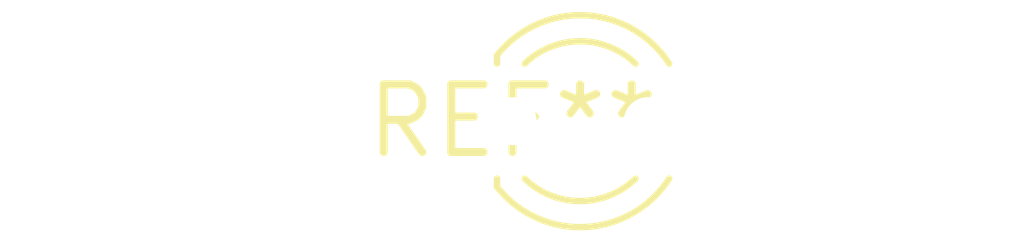
<source format=kicad_pcb>
(kicad_pcb (version 20240108) (generator pcbnew)
  (layers (0 "F.Cu" signal) (31 "B.Cu" signal) (34 "B.Paste" user) (35 "F.Paste" user) (36 "B.SilkS" user "B.Silkscreen") (37 "F.SilkS" user "F.Silkscreen") (38 "B.Mask" user) (39 "F.Mask" user) (44 "Edge.Cuts" user))
  (net 0 "")
  (footprint "LED_D3.0mm_IRGrey" (layer "F.Cu") (at 0 0)
    (property "Reference" "REF**")
    (property "Value" "LED_D3.0mm_IRGrey")
    (fp_line (start -0.29 -1.236) (end -0.29 -1.08) (layer "F.SilkS") (stroke (width 0.12)))
    (fp_line (start -0.29 1.08) (end -0.29 1.236) (layer "F.SilkS") (stroke (width 0.12)))
    (fp_arc (start -0.29 -1.235516) (mid 1.366487 -1.987659) (end 2.942335 -1.078608) (layer "F.SilkS") (stroke (width 0.12)))
    (fp_arc (start 0.229039 -1.08) (mid 1.270117 -1.5) (end 2.31113 -1.079837) (layer "F.SilkS") (stroke (width 0.12)))
    (fp_arc (start 2.31113 1.079837) (mid 1.270117 1.5) (end 0.229039 1.08) (layer "F.SilkS") (stroke (width 0.12)))
    (fp_arc (start 2.942335 1.078608) (mid 1.366487 1.987659) (end -0.29 1.235516) (layer "F.SilkS") (stroke (width 0.12)))
    (pad "1" thru_hole rect (at 0 0) (size 1.8 1.8) (drill 0.9) (layers *.Cu *.Mask) (remove_unused_layers))
    (pad "2" thru_hole circle (at 2.54 0) (size 1.8 1.8) (drill 0.9) (layers *.Cu *.Mask) (remove_unused_layers))
  )
)
</source>
